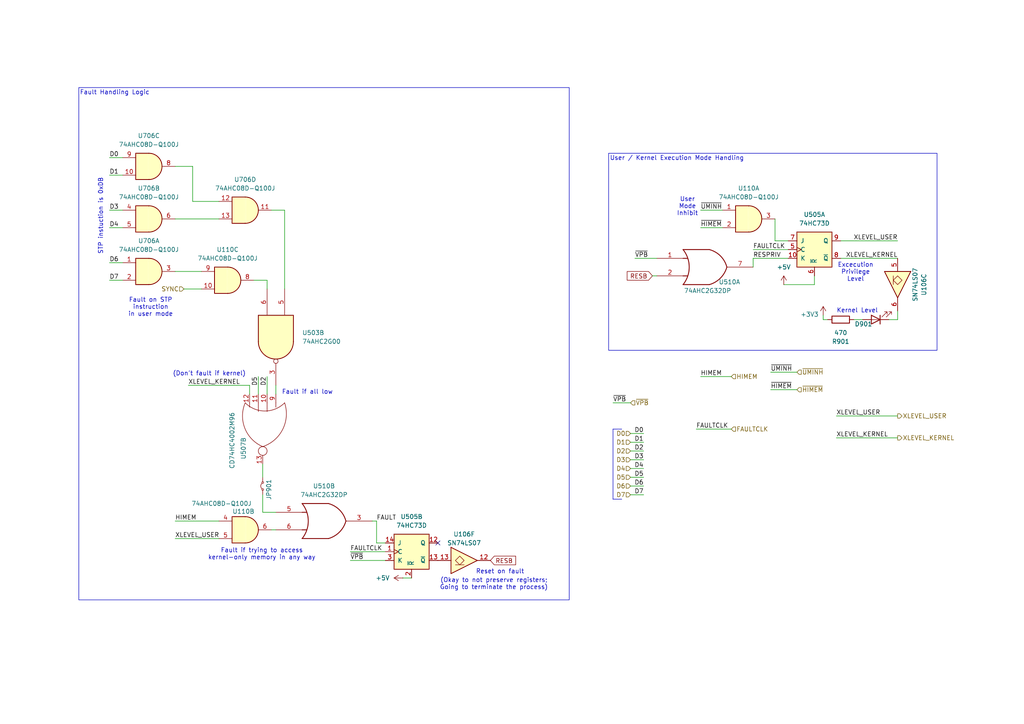
<source format=kicad_sch>
(kicad_sch (version 20250114) (generator "eeschema") (generator_version "9.0")
  (paper "A4")
  (title_block (title "65c02 Homebrew") (rev "Rev A") (company "Joseph R. Freeston") (comment 2 "https://github.com/snorklerjoe/useful6502") (comment 4 "A 65c02-based computer with peripheral i/o offloaded to a PIC16 microcontroller."))
  (lib_symbols
    (symbol "74xGxx:74AHC2G00"
      (property "Reference" "U" (at -2.54 3.81 0))
      (property "Value" "74AHC2G00" (at 0 -3.81 0))
      (symbol "74AHC2G00_1_1"
        (arc (start 0 5.08) (mid 5.0579 0) (end 0 -5.08) (stroke (width 0.254)) (fill (type background)))
        (polyline (pts (xy 0 -5.08) (xy -7.62 -5.08) (xy -7.62 5.08) (xy 0 5.08)) (stroke (width 0.254)) (fill (type background)))
        (pin input line (at -15.24 2.54 0) (length 7.62) (name "~") (number "1"))
        (pin input line (at -15.24 -2.54 0) (length 7.62) (name "~") (number "2"))
        (pin output inverted (at 12.7 0 180) (length 7.62) (name "~") (number "7"))
      )
      (symbol "74AHC2G00_2_1"
        (arc (start 0 5.08) (mid 5.0579 0) (end 0 -5.08) (stroke (width 0.254)) (fill (type background)))
        (polyline (pts (xy 0 -5.08) (xy -7.62 -5.08) (xy -7.62 5.08) (xy 0 5.08)) (stroke (width 0.254)) (fill (type background)))
        (pin input line (at -15.24 2.54 0) (length 7.62) (name "~") (number "5"))
        (pin input line (at -15.24 -2.54 0) (length 7.62) (name "~") (number "6"))
        (pin output inverted (at 12.7 0 180) (length 7.62) (name "~") (number "3"))
      )
      (symbol "74AHC2G00_3_0"
        (rectangle (start -5.08 -5.08) (end 5.08 5.08) (stroke (width 0.254)) (fill (type background)))
      )
      (symbol "74AHC2G00_3_1"
        (pin power_in line (at 0 10.16 270) (length 5.08) (name "VCC") (number "8"))
        (pin power_in line (at 0 -10.16 90) (length 5.08) (name "GND") (number "4"))
      )
    )
    (symbol "74xGxx:74LVC2G32"
      (property "Reference" "U" (at -7.62 7.62 0))
      (property "Value" "74LVC2G32" (at -7.62 -7.62 0))
      (symbol "74LVC2G32_1_1"
        (arc (start -7.62 5.08) (mid -5.838 0) (end -7.62 -5.08) (stroke (width 0.254)))
        (polyline (pts (xy -7.62 2.54) (xy -6.35 2.54)) (stroke (width 0.254)) (fill (type background)))
        (polyline (pts (xy -7.62 -2.54) (xy -6.35 -2.54)) (stroke (width 0.254)) (fill (type background)))
        (arc (start 5.08 0) (mid 3.202 -3.202) (end 0 -5.08) (stroke (width 0.254)))
        (arc (start 0 5.08) (mid 3.2271 3.2271) (end 5.08 0) (stroke (width 0.254)))
        (polyline (pts (xy 0 5.08) (xy -7.62 5.08)) (stroke (width 0.254)) (fill (type background)))
        (polyline (pts (xy 0 -5.08) (xy -7.62 -5.08)) (stroke (width 0.254)) (fill (type background)))
        (pin input line (at -15.24 2.54 0) (length 7.62) (name "~") (number "1"))
        (pin input line (at -15.24 -2.54 0) (length 7.62) (name "~") (number "2"))
        (pin output line (at 12.7 0 180) (length 7.62) (name "~") (number "7"))
      )
      (symbol "74LVC2G32_2_1"
        (arc (start -7.62 5.08) (mid -5.838 0) (end -7.62 -5.08) (stroke (width 0.254)))
        (polyline (pts (xy -7.62 2.54) (xy -6.35 2.54)) (stroke (width 0.254)) (fill (type background)))
        (polyline (pts (xy -7.62 -2.54) (xy -6.35 -2.54)) (stroke (width 0.254)) (fill (type background)))
        (arc (start 5.08 0) (mid 3.202 -3.202) (end 0 -5.08) (stroke (width 0.254)))
        (arc (start 0 5.08) (mid 3.2271 3.2271) (end 5.08 0) (stroke (width 0.254)))
        (polyline (pts (xy 0 5.08) (xy -7.62 5.08)) (stroke (width 0.254)) (fill (type background)))
        (polyline (pts (xy 0 -5.08) (xy -7.62 -5.08)) (stroke (width 0.254)) (fill (type background)))
        (pin input line (at -15.24 2.54 0) (length 7.62) (name "~") (number "5"))
        (pin input line (at -15.24 -2.54 0) (length 7.62) (name "~") (number "6"))
        (pin output line (at 12.7 0 180) (length 7.62) (name "~") (number "3"))
      )
      (symbol "74LVC2G32_3_0"
        (rectangle (start -5.08 -5.08) (end 5.08 5.08) (stroke (width 0.254)) (fill (type background)))
      )
      (symbol "74LVC2G32_3_1"
        (pin power_in line (at 0 10.16 270) (length 5.08) (name "VCC") (number "8"))
        (pin power_in line (at 0 -10.16 90) (length 5.08) (name "GND") (number "4"))
      )
    )
    (symbol "74xx:74LS08" (pin_names (offset 1.016))
      (property "Reference" "U" (at 0 1.27 0))
      (property "Value" "74LS08" (at 0 -1.27 0))
      (symbol "74LS08_1_1"
        (arc (start 0 3.81) (mid 3.7934 0) (end 0 -3.81) (stroke (width 0.254)) (fill (type background)))
        (polyline (pts (xy 0 3.81) (xy -3.81 3.81) (xy -3.81 -3.81) (xy 0 -3.81)) (stroke (width 0.254)) (fill (type background)))
        (pin input line (at -7.62 2.54 0) (length 3.81) (name "~") (number "1"))
        (pin input line (at -7.62 -2.54 0) (length 3.81) (name "~") (number "2"))
        (pin output line (at 7.62 0 180) (length 3.81) (name "~") (number "3"))
      )
      (symbol "74LS08_1_2"
        (arc (start -3.81 3.81) (mid -2.589 0) (end -3.81 -3.81) (stroke (width 0.254)))
        (polyline (pts (xy -3.81 3.81) (xy -0.635 3.81)) (stroke (width 0.254)) (fill (type background)))
        (polyline (pts (xy -3.81 -3.81) (xy -0.635 -3.81)) (stroke (width 0.254)) (fill (type background)))
        (arc (start 3.81 0) (mid 2.1855 -2.584) (end -0.6096 -3.81) (stroke (width 0.254)) (fill (type background)))
        (arc (start -0.6096 3.81) (mid 2.1928 2.5924) (end 3.81 0) (stroke (width 0.254)) (fill (type background)))
        (polyline (pts (xy -0.635 3.81) (xy -3.81 3.81) (xy -3.81 3.81) (xy -3.556 3.4036) (xy -3.0226 2.2606) (xy -2.6924 1.0414) (xy -2.6162 -0.254) (xy -2.7686 -1.4986) (xy -3.175 -2.7178) (xy -3.81 -3.81) (xy -3.81 -3.81) (xy -0.635 -3.81)) (stroke (width -25.4)) (fill (type background)))
        (pin input inverted (at -7.62 2.54 0) (length 4.318) (name "~") (number "1"))
        (pin input inverted (at -7.62 -2.54 0) (length 4.318) (name "~") (number "2"))
        (pin output inverted (at 7.62 0 180) (length 3.81) (name "~") (number "3"))
      )
      (symbol "74LS08_2_1"
        (arc (start 0 3.81) (mid 3.7934 0) (end 0 -3.81) (stroke (width 0.254)) (fill (type background)))
        (polyline (pts (xy 0 3.81) (xy -3.81 3.81) (xy -3.81 -3.81) (xy 0 -3.81)) (stroke (width 0.254)) (fill (type background)))
        (pin input line (at -7.62 2.54 0) (length 3.81) (name "~") (number "4"))
        (pin input line (at -7.62 -2.54 0) (length 3.81) (name "~") (number "5"))
        (pin output line (at 7.62 0 180) (length 3.81) (name "~") (number "6"))
      )
      (symbol "74LS08_2_2"
        (arc (start -3.81 3.81) (mid -2.589 0) (end -3.81 -3.81) (stroke (width 0.254)))
        (polyline (pts (xy -3.81 3.81) (xy -0.635 3.81)) (stroke (width 0.254)) (fill (type background)))
        (polyline (pts (xy -3.81 -3.81) (xy -0.635 -3.81)) (stroke (width 0.254)) (fill (type background)))
        (arc (start 3.81 0) (mid 2.1855 -2.584) (end -0.6096 -3.81) (stroke (width 0.254)) (fill (type background)))
        (arc (start -0.6096 3.81) (mid 2.1928 2.5924) (end 3.81 0) (stroke (width 0.254)) (fill (type background)))
        (polyline (pts (xy -0.635 3.81) (xy -3.81 3.81) (xy -3.81 3.81) (xy -3.556 3.4036) (xy -3.0226 2.2606) (xy -2.6924 1.0414) (xy -2.6162 -0.254) (xy -2.7686 -1.4986) (xy -3.175 -2.7178) (xy -3.81 -3.81) (xy -3.81 -3.81) (xy -0.635 -3.81)) (stroke (width -25.4)) (fill (type background)))
        (pin input inverted (at -7.62 2.54 0) (length 4.318) (name "~") (number "4"))
        (pin input inverted (at -7.62 -2.54 0) (length 4.318) (name "~") (number "5"))
        (pin output inverted (at 7.62 0 180) (length 3.81) (name "~") (number "6"))
      )
      (symbol "74LS08_3_1"
        (arc (start 0 3.81) (mid 3.7934 0) (end 0 -3.81) (stroke (width 0.254)) (fill (type background)))
        (polyline (pts (xy 0 3.81) (xy -3.81 3.81) (xy -3.81 -3.81) (xy 0 -3.81)) (stroke (width 0.254)) (fill (type background)))
        (pin input line (at -7.62 2.54 0) (length 3.81) (name "~") (number "9"))
        (pin input line (at -7.62 -2.54 0) (length 3.81) (name "~") (number "10"))
        (pin output line (at 7.62 0 180) (length 3.81) (name "~") (number "8"))
      )
      (symbol "74LS08_3_2"
        (arc (start -3.81 3.81) (mid -2.589 0) (end -3.81 -3.81) (stroke (width 0.254)))
        (polyline (pts (xy -3.81 3.81) (xy -0.635 3.81)) (stroke (width 0.254)) (fill (type background)))
        (polyline (pts (xy -3.81 -3.81) (xy -0.635 -3.81)) (stroke (width 0.254)) (fill (type background)))
        (arc (start 3.81 0) (mid 2.1855 -2.584) (end -0.6096 -3.81) (stroke (width 0.254)) (fill (type background)))
        (arc (start -0.6096 3.81) (mid 2.1928 2.5924) (end 3.81 0) (stroke (width 0.254)) (fill (type background)))
        (polyline (pts (xy -0.635 3.81) (xy -3.81 3.81) (xy -3.81 3.81) (xy -3.556 3.4036) (xy -3.0226 2.2606) (xy -2.6924 1.0414) (xy -2.6162 -0.254) (xy -2.7686 -1.4986) (xy -3.175 -2.7178) (xy -3.81 -3.81) (xy -3.81 -3.81) (xy -0.635 -3.81)) (stroke (width -25.4)) (fill (type background)))
        (pin input inverted (at -7.62 2.54 0) (length 4.318) (name "~") (number "9"))
        (pin input inverted (at -7.62 -2.54 0) (length 4.318) (name "~") (number "10"))
        (pin output inverted (at 7.62 0 180) (length 3.81) (name "~") (number "8"))
      )
      (symbol "74LS08_4_1"
        (arc (start 0 3.81) (mid 3.7934 0) (end 0 -3.81) (stroke (width 0.254)) (fill (type background)))
        (polyline (pts (xy 0 3.81) (xy -3.81 3.81) (xy -3.81 -3.81) (xy 0 -3.81)) (stroke (width 0.254)) (fill (type background)))
        (pin input line (at -7.62 2.54 0) (length 3.81) (name "~") (number "12"))
        (pin input line (at -7.62 -2.54 0) (length 3.81) (name "~") (number "13"))
        (pin output line (at 7.62 0 180) (length 3.81) (name "~") (number "11"))
      )
      (symbol "74LS08_4_2"
        (arc (start -3.81 3.81) (mid -2.589 0) (end -3.81 -3.81) (stroke (width 0.254)))
        (polyline (pts (xy -3.81 3.81) (xy -0.635 3.81)) (stroke (width 0.254)) (fill (type background)))
        (polyline (pts (xy -3.81 -3.81) (xy -0.635 -3.81)) (stroke (width 0.254)) (fill (type background)))
        (arc (start 3.81 0) (mid 2.1855 -2.584) (end -0.6096 -3.81) (stroke (width 0.254)) (fill (type background)))
        (arc (start -0.6096 3.81) (mid 2.1928 2.5924) (end 3.81 0) (stroke (width 0.254)) (fill (type background)))
        (polyline (pts (xy -0.635 3.81) (xy -3.81 3.81) (xy -3.81 3.81) (xy -3.556 3.4036) (xy -3.0226 2.2606) (xy -2.6924 1.0414) (xy -2.6162 -0.254) (xy -2.7686 -1.4986) (xy -3.175 -2.7178) (xy -3.81 -3.81) (xy -3.81 -3.81) (xy -0.635 -3.81)) (stroke (width -25.4)) (fill (type background)))
        (pin input inverted (at -7.62 2.54 0) (length 4.318) (name "~") (number "12"))
        (pin input inverted (at -7.62 -2.54 0) (length 4.318) (name "~") (number "13"))
        (pin output inverted (at 7.62 0 180) (length 3.81) (name "~") (number "11"))
      )
      (symbol "74LS08_5_0"
        (pin power_in line (at 0 12.7 270) (length 5.08) (name "VCC") (number "14"))
        (pin power_in line (at 0 -12.7 90) (length 5.08) (name "GND") (number "7"))
      )
      (symbol "74LS08_5_1"
        (rectangle (start -5.08 7.62) (end 5.08 -7.62) (stroke (width 0.254)) (fill (type background)))
      )
    )
    (symbol "74xx:74LS73" (pin_names (offset 1.016))
      (property "Reference" "U" (at -7.62 8.89 0))
      (property "Value" "74LS73" (at -7.62 -8.89 0))
      (symbol "74LS73_1_0"
        (pin input line (at -7.62 2.54 0) (length 2.54) (name "J") (number "7"))
        (pin input clock (at -7.62 0 0) (length 2.54) (name "C") (number "5"))
        (pin input line (at -7.62 -2.54 0) (length 2.54) (name "K") (number "10"))
        (pin input line (at 0 -7.62 90) (length 2.54) (name "~{R}") (number "6"))
        (pin output line (at 7.62 2.54 180) (length 2.54) (name "Q") (number "9"))
        (pin output line (at 7.62 -2.54 180) (length 2.54) (name "~{Q}") (number "8"))
      )
      (symbol "74LS73_1_1"
        (rectangle (start -5.08 5.08) (end 5.08 -5.08) (stroke (width 0.254)) (fill (type background)))
      )
      (symbol "74LS73_2_0"
        (pin input line (at -7.62 2.54 0) (length 2.54) (name "J") (number "14"))
        (pin input clock (at -7.62 0 0) (length 2.54) (name "C") (number "1"))
        (pin input line (at -7.62 -2.54 0) (length 2.54) (name "K") (number "3"))
        (pin input line (at 0 -7.62 90) (length 2.54) (name "~{R}") (number "2"))
        (pin output line (at 7.62 2.54 180) (length 2.54) (name "Q") (number "12"))
        (pin output line (at 7.62 -2.54 180) (length 2.54) (name "~{Q}") (number "13"))
      )
      (symbol "74LS73_2_1"
        (rectangle (start -5.08 5.08) (end 5.08 -5.08) (stroke (width 0.254)) (fill (type background)))
      )
      (symbol "74LS73_3_0"
        (pin power_in line (at 0 10.16 270) (length 2.54) (name "VCC") (number "4"))
        (pin power_in line (at 0 -10.16 90) (length 2.54) (name "GND") (number "11"))
      )
      (symbol "74LS73_3_1"
        (rectangle (start -5.08 7.62) (end 5.08 -7.62) (stroke (width 0.254)) (fill (type background)))
      )
    )
    (symbol "74xx:SN74LS07" (pin_names (offset 1.016))
      (property "Reference" "U104" (at 0 7.62 0))
      (property "Value" "SN74LS07" (at 0 5.08 0))
      (symbol "SN74LS07_1_0"
        (polyline (pts (xy -3.81 3.81) (xy -3.81 -3.81) (xy 3.81 0) (xy -3.81 3.81)) (stroke (width 0.254)) (fill (type background)))
        (pin input line (at -7.62 0 0) (length 3.81) (name "~") (number "1"))
        (pin open_collector line (at 7.62 0 180) (length 3.81) (name "~") (number "2"))
      )
      (symbol "SN74LS07_1_1"
        (polyline (pts (xy -2.54 -1.27) (xy 0 -1.27)))
        (polyline (pts (xy -1.27 1.27) (xy 0 0) (xy -1.27 -1.27) (xy -2.54 0) (xy -1.27 1.27)))
      )
      (symbol "SN74LS07_2_0"
        (polyline (pts (xy -3.81 3.81) (xy -3.81 -3.81) (xy 3.81 0) (xy -3.81 3.81)) (stroke (width 0.254)) (fill (type background)))
        (pin input line (at -7.62 0 0) (length 3.81) (name "~") (number "3"))
        (pin open_collector line (at 7.62 0 180) (length 3.81) (name "~") (number "4"))
      )
      (symbol "SN74LS07_3_0"
        (polyline (pts (xy -3.81 3.81) (xy -3.81 -3.81) (xy 3.81 0) (xy -3.81 3.81)) (stroke (width 0.254)) (fill (type background)))
        (pin input line (at -7.62 0 0) (length 3.81) (name "~") (number "5"))
        (pin open_collector line (at 7.62 0 180) (length 3.81) (name "~") (number "6"))
      )
      (symbol "SN74LS07_3_1"
        (polyline (pts (xy -2.54 -1.27) (xy 0 -1.27)))
        (polyline (pts (xy -1.27 1.27) (xy 0 0) (xy -1.27 -1.27) (xy -2.54 0) (xy -1.27 1.27)))
      )
      (symbol "SN74LS07_4_0"
        (polyline (pts (xy -3.81 3.81) (xy -3.81 -3.81) (xy 3.81 0) (xy -3.81 3.81)) (stroke (width 0.254)) (fill (type background)))
        (pin input line (at -7.62 0 0) (length 3.81) (name "~") (number "9"))
        (pin open_collector line (at 7.62 0 180) (length 3.81) (name "~") (number "8"))
      )
      (symbol "SN74LS07_4_1"
        (polyline (pts (xy -2.54 -1.27) (xy 0 -1.27)))
        (polyline (pts (xy -1.27 1.27) (xy 0 0) (xy -1.27 -1.27) (xy -2.54 0) (xy -1.27 1.27)))
      )
      (symbol "SN74LS07_5_0"
        (polyline (pts (xy -3.81 3.81) (xy -3.81 -3.81) (xy 3.81 0) (xy -3.81 3.81)) (stroke (width 0.254)) (fill (type background)))
        (pin input line (at -7.62 0 0) (length 3.81) (name "~") (number "11"))
        (pin open_collector line (at 7.62 0 180) (length 3.81) (name "~") (number "10"))
      )
      (symbol "SN74LS07_5_1"
        (polyline (pts (xy -2.54 -1.27) (xy 0 -1.27)))
        (polyline (pts (xy -1.27 1.27) (xy 0 0) (xy -1.27 -1.27) (xy -2.54 0) (xy -1.27 1.27)))
      )
      (symbol "SN74LS07_6_0"
        (polyline (pts (xy -3.81 3.81) (xy -3.81 -3.81) (xy 3.81 0) (xy -3.81 3.81)) (stroke (width 0.254)) (fill (type background)))
        (pin input line (at -7.62 0 0) (length 3.81) (name "~") (number "13"))
        (pin open_collector line (at 7.62 0 180) (length 3.81) (name "~") (number "12"))
      )
      (symbol "SN74LS07_6_1"
        (polyline (pts (xy -2.54 -1.27) (xy 0 -1.27)))
        (polyline (pts (xy -1.27 1.27) (xy 0 0) (xy -1.27 -1.27) (xy -2.54 0) (xy -1.27 1.27)))
      )
      (symbol "SN74LS07_7_0"
        (pin power_in line (at 0 12.7 270) (length 5.08) (name "VCC") (number "14"))
        (pin power_in line (at 0 -12.7 90) (length 5.08) (name "GND") (number "7"))
      )
      (symbol "SN74LS07_7_1"
        (rectangle (start -5.08 7.62) (end 5.08 -7.62) (stroke (width 0.254)) (fill (type background)))
      )
    )
    (symbol "Device:LED" (pin_numbers (hide yes)) (pin_names (offset 1.016) (hide yes))
      (property "Reference" "D" (at 0 2.54 0))
      (property "Value" "LED" (at 0 -2.54 0))
      (symbol "LED_0_1"
        (polyline (pts (xy -3.048 -0.762) (xy -4.572 -2.286) (xy -3.81 -2.286) (xy -4.572 -2.286) (xy -4.572 -1.524)))
        (polyline (pts (xy -1.778 -0.762) (xy -3.302 -2.286) (xy -2.54 -2.286) (xy -3.302 -2.286) (xy -3.302 -1.524)))
        (polyline (pts (xy -1.27 0) (xy 1.27 0)))
        (polyline (pts (xy -1.27 -1.27) (xy -1.27 1.27)) (stroke (width 0.254)))
        (polyline (pts (xy 1.27 -1.27) (xy 1.27 1.27) (xy -1.27 0) (xy 1.27 -1.27)) (stroke (width 0.254)))
      )
      (symbol "LED_1_1"
        (pin passive line (at -3.81 0 0) (length 2.54) (name "K") (number "1"))
        (pin passive line (at 3.81 0 180) (length 2.54) (name "A") (number "2"))
      )
    )
    (symbol "Device:R" (pin_numbers (hide yes)) (pin_names (offset 0))
      (property "Reference" "R" (at 2.032 0 90))
      (property "Value" "R" (at 0 0 90))
      (symbol "R_0_1"
        (rectangle (start -1.016 -2.54) (end 1.016 2.54) (stroke (width 0.254)))
      )
      (symbol "R_1_1"
        (pin passive line (at 0 3.81 270) (length 1.27) (name "~") (number "1"))
        (pin passive line (at 0 -3.81 90) (length 1.27) (name "~") (number "2"))
      )
    )
    (symbol "Jumper:Jumper_2_Small_Bridged" (pin_numbers (hide yes)) (pin_names (offset 0) (hide yes))
      (property "Reference" "JP" (at 0 2.032 0))
      (property "Value" "Jumper_2_Small_Bridged" (at 0 -2.286 0))
      (symbol "Jumper_2_Small_Bridged_0_0"
        (circle (center -1.016 0) (radius 0.254))
        (circle (center 1.016 0) (radius 0.254))
      )
      (symbol "Jumper_2_Small_Bridged_0_1"
        (arc (start -0.762 0.254) (mid 0 0.5696) (end 0.762 0.254))
      )
      (symbol "Jumper_2_Small_Bridged_1_1"
        (pin passive line (at -2.54 0 0) (length 1.27) (name "A") (number "1"))
        (pin passive line (at 2.54 0 180) (length 1.27) (name "B") (number "2"))
      )
    )
    (symbol "SN74LS07_1" (pin_names (offset 1.016))
      (property "Reference" "U104" (at 0 7.62 0))
      (property "Value" "SN74LS07" (at 0 5.08 0))
      (symbol "SN74LS07_1_1_0"
        (polyline (pts (xy -3.81 3.81) (xy -3.81 -3.81) (xy 3.81 0) (xy -3.81 3.81)) (stroke (width 0.254)) (fill (type background)))
        (pin input line (at -7.62 0 0) (length 3.81) (name "~") (number "1"))
        (pin open_collector line (at 7.62 0 180) (length 3.81) (name "~") (number "2"))
      )
      (symbol "SN74LS07_1_1_1"
        (polyline (pts (xy -2.54 -1.27) (xy 0 -1.27)))
        (polyline (pts (xy -1.27 1.27) (xy 0 0) (xy -1.27 -1.27) (xy -2.54 0) (xy -1.27 1.27)))
      )
      (symbol "SN74LS07_1_2_0"
        (polyline (pts (xy -3.81 3.81) (xy -3.81 -3.81) (xy 3.81 0) (xy -3.81 3.81)) (stroke (width 0.254)) (fill (type background)))
        (pin input line (at -7.62 0 0) (length 3.81) (name "~") (number "3"))
        (pin open_collector line (at 7.62 0 180) (length 3.81) (name "~") (number "4"))
      )
      (symbol "SN74LS07_1_3_0"
        (polyline (pts (xy -3.81 3.81) (xy -3.81 -3.81) (xy 3.81 0) (xy -3.81 3.81)) (stroke (width 0.254)) (fill (type background)))
        (pin input line (at -7.62 0 0) (length 3.81) (name "~") (number "5"))
        (pin open_collector line (at 7.62 0 180) (length 3.81) (name "~") (number "6"))
      )
      (symbol "SN74LS07_1_3_1"
        (polyline (pts (xy -2.54 -1.27) (xy 0 -1.27)))
        (polyline (pts (xy -1.27 1.27) (xy 0 0) (xy -1.27 -1.27) (xy -2.54 0) (xy -1.27 1.27)))
      )
      (symbol "SN74LS07_1_4_0"
        (polyline (pts (xy -3.81 3.81) (xy -3.81 -3.81) (xy 3.81 0) (xy -3.81 3.81)) (stroke (width 0.254)) (fill (type background)))
        (pin input line (at -7.62 0 0) (length 3.81) (name "~") (number "9"))
        (pin open_collector line (at 7.62 0 180) (length 3.81) (name "~") (number "8"))
      )
      (symbol "SN74LS07_1_4_1"
        (polyline (pts (xy -2.54 -1.27) (xy 0 -1.27)))
        (polyline (pts (xy -1.27 1.27) (xy 0 0) (xy -1.27 -1.27) (xy -2.54 0) (xy -1.27 1.27)))
      )
      (symbol "SN74LS07_1_5_0"
        (polyline (pts (xy -3.81 3.81) (xy -3.81 -3.81) (xy 3.81 0) (xy -3.81 3.81)) (stroke (width 0.254)) (fill (type background)))
        (pin input line (at -7.62 0 0) (length 3.81) (name "~") (number "11"))
        (pin open_collector line (at 7.62 0 180) (length 3.81) (name "~") (number "10"))
      )
      (symbol "SN74LS07_1_5_1"
        (polyline (pts (xy -2.54 -1.27) (xy 0 -1.27)))
        (polyline (pts (xy -1.27 1.27) (xy 0 0) (xy -1.27 -1.27) (xy -2.54 0) (xy -1.27 1.27)))
      )
      (symbol "SN74LS07_1_6_0"
        (polyline (pts (xy -3.81 3.81) (xy -3.81 -3.81) (xy 3.81 0) (xy -3.81 3.81)) (stroke (width 0.254)) (fill (type background)))
        (pin input line (at -7.62 0 0) (length 3.81) (name "~") (number "13"))
        (pin open_collector line (at 7.62 0 180) (length 3.81) (name "~") (number "12"))
      )
      (symbol "SN74LS07_1_6_1"
        (polyline (pts (xy -2.54 -1.27) (xy 0 -1.27)))
        (polyline (pts (xy -1.27 1.27) (xy 0 0) (xy -1.27 -1.27) (xy -2.54 0) (xy -1.27 1.27)))
      )
      (symbol "SN74LS07_1_7_0"
        (pin power_in line (at 0 12.7 270) (length 5.08) (name "VCC") (number "14"))
        (pin power_in line (at 0 -12.7 90) (length 5.08) (name "GND") (number "7"))
      )
      (symbol "SN74LS07_1_7_1"
        (rectangle (start -5.08 7.62) (end 5.08 -7.62) (stroke (width 0.254)) (fill (type background)))
      )
    )
    (symbol "custom:_1"
      (property "Reference" "U" (at 7.62 7.62 0))
      (property "Value" "CD74HC4002M96" (at 14.986 9.906 0))
      (symbol "_1_1_1"
        (arc (start -3.81 6.35) (mid -1.4428 0.635) (end -3.81 -5.08))
        (polyline (pts (xy -3.81 3.81) (xy -2.54 3.81)))
        (polyline (pts (xy -3.81 1.27) (xy -1.27 1.27)))
        (polyline (pts (xy -3.81 -1.27) (xy -1.27 -1.27)))
        (polyline (pts (xy -3.81 -3.81) (xy -2.54 -3.81)))
        (arc (start -3.81 6.35) (mid 3.8552 5.8053) (end 8.89 0))
        (arc (start 8.89 0) (mid 3.5921 -5.1703) (end -3.81 -5.08))
        (circle (center 10.16 0) (radius 1.27))
        (pin input line (at -6.35 3.81 0) (length 2.54) (name "") (number "2"))
        (pin input line (at -6.35 1.27 0) (length 2.54) (name "") (number "3"))
        (pin input line (at -6.35 -1.27 0) (length 2.54) (name "") (number "4"))
        (pin input line (at -6.35 -3.81 0) (length 2.54) (name "") (number "5"))
        (pin output line (at 13.97 0 180) (length 2.54) (name "") (number "1"))
      )
      (symbol "_1_2_1"
        (arc (start -6.35 6.35) (mid -3.9828 0.635) (end -6.35 -5.08))
        (polyline (pts (xy -6.35 3.81) (xy -5.08 3.81)))
        (polyline (pts (xy -6.35 1.27) (xy -3.81 1.27)))
        (polyline (pts (xy -6.35 -1.27) (xy -3.81 -1.27)))
        (polyline (pts (xy -6.35 -3.81) (xy -5.08 -3.81)))
        (arc (start -6.35 6.35) (mid 1.3152 5.8053) (end 6.35 0))
        (arc (start 6.35 0) (mid 1.0521 -5.1703) (end -6.35 -5.08))
        (circle (center 7.62 0) (radius 1.27))
        (pin input line (at -8.89 3.81 0) (length 2.54) (name "") (number "9"))
        (pin input line (at -8.89 1.27 0) (length 2.54) (name "") (number "10"))
        (pin input line (at -8.89 -1.27 0) (length 2.54) (name "") (number "11"))
        (pin input line (at -8.89 -3.81 0) (length 2.54) (name "") (number "12"))
        (pin output line (at 11.43 0 180) (length 2.54) (name "") (number "13"))
      )
      (symbol "_1_3_1"
        (rectangle (start -6.35 6.35) (end 6.35 -7.62))
        (pin power_in line (at 0 8.89 270) (length 2.54) (name "VCC") (number "14"))
        (pin power_in line (at 0 -10.16 90) (length 2.54) (name "GND") (number "7"))
      )
    )
    (symbol "power:+3V3" (power) (pin_numbers (hide yes)) (pin_names (offset 0) (hide yes))
      (property "Value" "+3V3" (at 0 3.556 0))
      (symbol "+3V3_0_1"
        (polyline (pts (xy -0.762 1.27) (xy 0 2.54)))
        (polyline (pts (xy 0 2.54) (xy 0.762 1.27)))
        (polyline (pts (xy 0 0) (xy 0 2.54)))
      )
      (symbol "+3V3_1_1"
        (pin power_in line (at 0 0 90) (length 0) (name "~") (number "1"))
      )
    )
    (symbol "power:+5V" (power) (pin_numbers (hide yes)) (pin_names (offset 0) (hide yes))
      (property "Value" "+5V" (at 0 3.556 0))
      (symbol "+5V_0_1"
        (polyline (pts (xy -0.762 1.27) (xy 0 2.54)))
        (polyline (pts (xy 0 2.54) (xy 0.762 1.27)))
        (polyline (pts (xy 0 0) (xy 0 2.54)))
      )
      (symbol "+5V_1_1"
        (pin power_in line (at 0 0 90) (length 0) (name "~") (number "1"))
      )
    )
  )
  (rectangle (start 176.53 44.45) (end 271.78 101.6))
  (rectangle (start 22.86 25.4) (end 165.1 173.99))
  (text "User\nMode\nInhibit" (at 199.39 59.944 0) (effects (font (size 1.27 1.27))))
  (text "Kernel Level" (at 248.666 90.17 0) (effects (font (size 1.27 1.27))))
  (text "Fault if trying to access\nkernel-only memory in any way" (at 75.946 160.782 0) (effects (font (size 1.27 1.27))))
  (text "User / Kernel Execution Mode Handling" (at 196.342 45.974 0) (effects (font (size 1.27 1.27))))
  (text "(Don't fault if kernel)" (at 60.706 108.458 0) (effects (font (size 1.27 1.27))))
  (text "Fault if all low" (at 89.154 113.792 0) (effects (font (size 1.27 1.27))))
  (text "Reset on fault" (at 145.034 165.862 0) (effects (font (size 1.27 1.27))))
  (text "(Okay to not preserve registers;\nGoing to terminate the process)" (at 143.256 169.418 0) (effects (font (size 1.27 1.27))))
  (text "Fault on STP\ninstruction\nin user mode" (at 43.688 89.154 0) (effects (font (size 1.27 1.27))))
  (text "STP instuction is 0xDB" (at 29.21 62.738 90) (effects (font (size 1.27 1.27))))
  (text "Excecution\nPrivilege\nLevel" (at 248.158 78.994 0) (effects (font (size 1.27 1.27))))
  (text "Fault Handling Logic" (at 33.274 26.924 0) (effects (font (size 1.27 1.27))))
  (no_connect (at 127 157.48))
  (wire (pts (xy 77.47 114.3) (xy 77.47 109.22)))
  (wire (pts (xy 212.09 109.22) (xy 203.2 109.22)))
  (wire (pts (xy 223.52 113.03) (xy 231.14 113.03)))
  (wire (pts (xy 50.8 151.13) (xy 63.5 151.13)))
  (wire (pts (xy 186.69 143.51) (xy 182.88 143.51)))
  (wire (pts (xy 54.61 111.76) (xy 72.39 111.76)))
  (wire (pts (xy 76.2 143.51) (xy 76.2 148.59)))
  (wire (pts (xy 35.56 81.28) (xy 31.75 81.28)))
  (wire (pts (xy 243.84 74.93) (xy 260.35 74.93)))
  (polyline (pts (xy 177.8 124.46) (xy 177.8 144.78)))
  (wire (pts (xy 238.76 92.71) (xy 240.03 92.71)))
  (wire (pts (xy 218.44 74.93) (xy 228.6 74.93)))
  (wire (pts (xy 242.57 120.65) (xy 260.35 120.65)))
  (wire (pts (xy 35.56 66.04) (xy 31.75 66.04)))
  (wire (pts (xy 82.55 60.96) (xy 78.74 60.96)))
  (wire (pts (xy 177.8 116.84) (xy 182.88 116.84)))
  (wire (pts (xy 260.35 92.71) (xy 260.35 90.17)))
  (wire (pts (xy 77.47 81.28) (xy 73.66 81.28)))
  (wire (pts (xy 55.88 48.26) (xy 50.8 48.26)))
  (wire (pts (xy 186.69 130.81) (xy 182.88 130.81)))
  (wire (pts (xy 190.5 80.01) (xy 189.23 80.01)))
  (wire (pts (xy 186.69 135.89) (xy 182.88 135.89)))
  (wire (pts (xy 223.52 107.95) (xy 231.14 107.95)))
  (wire (pts (xy 63.5 63.5) (xy 50.8 63.5)))
  (wire (pts (xy 212.09 124.46) (xy 201.93 124.46)))
  (wire (pts (xy 101.6 162.56) (xy 111.76 162.56)))
  (wire (pts (xy 247.65 92.71) (xy 250.19 92.71)))
  (wire (pts (xy 74.93 109.22) (xy 74.93 114.3)))
  (wire (pts (xy 109.22 157.48) (xy 111.76 157.48)))
  (wire (pts (xy 218.44 74.93) (xy 218.44 77.47)))
  (wire (pts (xy 236.22 80.01) (xy 236.22 82.55)))
  (wire (pts (xy 107.95 151.13) (xy 109.22 151.13)))
  (polyline (pts (xy 180.34 124.46) (xy 177.8 124.46)))
  (wire (pts (xy 182.88 128.27) (xy 186.69 128.27)))
  (wire (pts (xy 53.34 83.82) (xy 58.42 83.82)))
  (wire (pts (xy 116.84 167.64) (xy 119.38 167.64)))
  (wire (pts (xy 76.2 138.43) (xy 76.2 134.62)))
  (wire (pts (xy 218.44 72.39) (xy 228.6 72.39)))
  (wire (pts (xy 184.15 74.93) (xy 190.5 74.93)))
  (wire (pts (xy 35.56 60.96) (xy 31.75 60.96)))
  (wire (pts (xy 203.2 60.96) (xy 209.55 60.96)))
  (wire (pts (xy 257.81 92.71) (xy 260.35 92.71)))
  (wire (pts (xy 72.39 111.76) (xy 72.39 114.3)))
  (wire (pts (xy 55.88 58.42) (xy 55.88 48.26)))
  (wire (pts (xy 186.69 133.35) (xy 182.88 133.35)))
  (wire (pts (xy 82.55 83.82) (xy 82.55 60.96)))
  (wire (pts (xy 55.88 58.42) (xy 63.5 58.42)))
  (wire (pts (xy 77.47 83.82) (xy 77.47 81.28)))
  (wire (pts (xy 109.22 151.13) (xy 109.22 157.48)))
  (wire (pts (xy 224.79 69.85) (xy 228.6 69.85)))
  (wire (pts (xy 260.35 127) (xy 242.57 127)))
  (wire (pts (xy 238.76 91.44) (xy 238.76 92.71)))
  (wire (pts (xy 182.88 125.73) (xy 186.69 125.73)))
  (wire (pts (xy 76.2 148.59) (xy 80.01 148.59)))
  (wire (pts (xy 186.69 140.97) (xy 182.88 140.97)))
  (wire (pts (xy 224.79 63.5) (xy 224.79 69.85)))
  (wire (pts (xy 35.56 50.8) (xy 31.75 50.8)))
  (wire (pts (xy 203.2 66.04) (xy 209.55 66.04)))
  (wire (pts (xy 186.69 138.43) (xy 182.88 138.43)))
  (wire (pts (xy 35.56 76.2) (xy 31.75 76.2)))
  (wire (pts (xy 227.33 82.55) (xy 236.22 82.55)))
  (wire (pts (xy 50.8 156.21) (xy 63.5 156.21)))
  (wire (pts (xy 243.84 69.85) (xy 260.35 69.85)))
  (polyline (pts (xy 180.34 144.78) (xy 177.8 144.78)))
  (wire (pts (xy 80.01 111.76) (xy 80.01 114.3)))
  (wire (pts (xy 50.8 78.74) (xy 58.42 78.74)))
  (wire (pts (xy 35.56 45.72) (xy 31.75 45.72)))
  (wire (pts (xy 101.6 160.02) (xy 111.76 160.02)))
  (wire (pts (xy 80.01 153.67) (xy 78.74 153.67)))
  (label "D2" (at 186.69 130.81 180))
  (label "~{VPB}" (at 177.8 116.84 0))
  (label "D3" (at 31.75 60.96 0))
  (label "D7" (at 186.69 143.51 180))
  (label "XLEVEL_KERNEL" (at 54.61 111.76 0))
  (label "HIMEM" (at 203.2 109.22 0))
  (label "RESPRIV" (at 218.44 74.93 0))
  (label "D6" (at 186.69 140.97 180))
  (label "D2" (at 77.47 109.22 270))
  (label "~{HIMEM}" (at 203.2 66.04 0))
  (label "D5" (at 186.69 138.43 180))
  (label "~{VPB}" (at 101.6 162.56 0))
  (label "D0" (at 186.69 125.73 180))
  (label "D1" (at 31.75 50.8 0))
  (label "D5" (at 74.93 109.22 270))
  (label "D6" (at 31.75 76.2 0))
  (label "~{HIMEM}" (at 223.52 113.03 0))
  (label "D4" (at 31.75 66.04 0))
  (label "XLEVEL_USER" (at 260.35 69.85 180))
  (label "D1" (at 186.69 128.27 180))
  (label "XLEVEL_USER" (at 242.57 120.65 0))
  (label "HIMEM" (at 50.8 151.13 0))
  (label "D4" (at 186.69 135.89 180))
  (label "XLEVEL_USER" (at 50.8 156.21 0))
  (label "D3" (at 186.69 133.35 180))
  (label "XLEVEL_KERNEL" (at 242.57 127 0))
  (label "FAULTCLK" (at 218.44 72.39 0))
  (label "~{UMINH}" (at 203.2 60.96 0))
  (label "FAULTCLK" (at 201.93 124.46 0))
  (label "FAULT" (at 109.22 151.13 0))
  (label "XLEVEL_KERNEL" (at 260.35 74.93 180))
  (label "FAULTCLK" (at 101.6 160.02 0))
  (label "D7" (at 31.75 81.28 0))
  (label "~{UMINH}" (at 223.52 107.95 0))
  (label "~{VPB}" (at 184.15 74.93 0))
  (label "D0" (at 31.75 45.72 0))
  (global_label "RESB" (shape input) (at 189.23 80.01 180) (property "Intersheetrefs" "${INTERSHEET_REFS}" (effects (hide yes))))
  (global_label "RESB" (shape input) (at 142.24 162.56 0) (property "Intersheetrefs" "${INTERSHEET_REFS}" (effects (hide yes))))
  (hierarchical_label "D0" (shape input) (at 182.88 125.73 180))
  (hierarchical_label "D2" (shape input) (at 182.88 130.81 180))
  (hierarchical_label "D3" (shape input) (at 182.88 133.35 180))
  (hierarchical_label "~{UMINH}" (shape input) (at 231.14 107.95 0))
  (hierarchical_label "XLEVEL_USER" (shape output) (at 260.35 120.65 0))
  (hierarchical_label "D6" (shape input) (at 182.88 140.97 180))
  (hierarchical_label "D5" (shape input) (at 182.88 138.43 180))
  (hierarchical_label "FAULTCLK" (shape input) (at 212.09 124.46 0))
  (hierarchical_label "~{HIMEM}" (shape input) (at 231.14 113.03 0))
  (hierarchical_label "HIMEM" (shape input) (at 212.09 109.22 0))
  (hierarchical_label "SYNC" (shape input) (at 53.34 83.82 180))
  (hierarchical_label "XLEVEL_KERNEL" (shape output) (at 260.35 127 0))
  (hierarchical_label "~{VPB}" (shape input) (at 182.88 116.84 0))
  (hierarchical_label "D1" (shape input) (at 182.88 128.27 180))
  (hierarchical_label "D7" (shape input) (at 182.88 143.51 180))
  (hierarchical_label "D4" (shape input) (at 182.88 135.89 180))
  (symbol (lib_id "74xx:74LS73") (at 236.22 72.39 0) (unit 1)
    (property "Reference" "U505" (at 236.22 62.23 0))
    (property "Value" "74HC73D" (at 236.22 64.77 0))
    (property "Footprint" "Package_SO:SOIC-14_3.9x8.7mm_P1.27mm" (effects (hide yes)))
    (property "Datasheet" "https://assets.nexperia.com/documents/data-sheet/74HC73.pdf" (effects (hide yes)))
    (property "Description" "Dual JK Flip-Flop, reset" (effects (hide yes)))
    (property "t_pd (ns)" "clk-q: 30; setup: 16; hold: 3" (effects (hide yes)))
  )
  (symbol (lib_id "74xx:74LS08") (at 66.04 81.28 0) (unit 3)
    (property "Reference" "U110" (at 66.0317 72.39 0))
    (property "Value" "74AHC08D-Q100J" (at 66.0317 74.93 0))
    (property "Footprint" "Package_SO:SOIC-14_3.9x8.7mm_P1.27mm" (effects (hide yes)))
    (property "Datasheet" "https://assets.nexperia.com/documents/data-sheet/74AHC_AHCT08_Q100.pdf" (effects (hide yes)))
    (property "Description" "Quad And2" (effects (hide yes)))
    (property "t_pd (ns)" "5.9" (effects (hide yes)))
  )
  (symbol (lib_id "74xGxx:74LVC2G32") (at 205.74 77.47 0) (unit 1)
    (property "Reference" "U510" (at 211.582 81.788 0))
    (property "Value" "74AHC2G32DP" (at 205.232 84.328 0))
    (property "Footprint" "Package_SO:TSSOP-8_3x3mm_P0.65mm" (effects (hide yes)))
    (property "Datasheet" "https://assets.nexperia.com/documents/data-sheet/74AHC_AHCT2G32.pdf" (effects (hide yes)))
    (property "Description" "Dual OR Gate, Low-Voltage CMOS" (effects (hide yes)))
    (property "t_pd (ns)" "6.9" (effects (hide yes)))
  )
  (symbol (lib_id "74xx:74LS08") (at 43.18 63.5 0) (unit 2)
    (property "Reference" "U706" (at 43.1717 54.61 0))
    (property "Value" "74AHC08D-Q100J" (at 43.1717 57.15 0))
    (property "Footprint" "Package_SO:SOIC-14_3.9x8.7mm_P1.27mm" (effects (hide yes)))
    (property "Datasheet" "https://assets.nexperia.com/documents/data-sheet/74AHC_AHCT08_Q100.pdf" (effects (hide yes)))
    (property "Description" "Quad And2" (effects (hide yes)))
    (property "t_pd (ns)" "5.9" (effects (hide yes)))
  )
  (symbol (lib_id "74xx:74LS08") (at 71.12 60.96 0) (unit 4)
    (property "Reference" "U706" (at 71.1117 52.07 0))
    (property "Value" "74AHC08D-Q100J" (at 71.1117 54.61 0))
    (property "Footprint" "Package_SO:SOIC-14_3.9x8.7mm_P1.27mm" (effects (hide yes)))
    (property "Datasheet" "https://assets.nexperia.com/documents/data-sheet/74AHC_AHCT08_Q100.pdf" (effects (hide yes)))
    (property "Description" "Quad And2" (effects (hide yes)))
    (property "t_pd (ns)" "5.9" (effects (hide yes)))
  )
  (symbol (lib_id "Device:R") (at 243.84 92.71 90) (unit 1)
    (property "Reference" "R901" (at 243.84 99.06 90))
    (property "Value" "470" (at 243.84 96.52 90))
    (property "Footprint" "Resistor_SMD:R_0402_1005Metric" (effects (hide yes)))
    (property "Description" "Resistor" (effects (hide yes)))
  )
  (symbol (lib_id "Device:LED") (at 254 92.71 180) (unit 1)
    (property "Reference" "D901" (at 250.444 93.98 0))
    (property "Value" "LED" (effects (hide yes)))
    (property "Footprint" "LED_SMD:LED_0402_1005Metric" (effects (hide yes)))
    (property "Description" "Light emitting diode" (effects (hide yes)))
    (property "Sim.Pins" "1=K 2=A" (effects (hide yes)))
  )
  (symbol (lib_id "74xx:74LS08") (at 71.12 153.67 0) (unit 2)
    (property "Reference" "U110" (at 70.612 148.336 0))
    (property "Value" "74AHC08D-Q100J" (at 64.262 146.05 0))
    (property "Footprint" "Package_SO:SOIC-14_3.9x8.7mm_P1.27mm" (effects (hide yes)))
    (property "Datasheet" "https://assets.nexperia.com/documents/data-sheet/74AHC_AHCT08_Q100.pdf" (effects (hide yes)))
    (property "Description" "Quad And2" (effects (hide yes)))
    (property "t_pd (ns)" "5.9" (effects (hide yes)))
  )
  (symbol (lib_id "74xx:74LS08") (at 43.18 48.26 0) (unit 3)
    (property "Reference" "U706" (at 43.1717 39.37 0))
    (property "Value" "74AHC08D-Q100J" (at 43.1717 41.91 0))
    (property "Footprint" "Package_SO:SOIC-14_3.9x8.7mm_P1.27mm" (effects (hide yes)))
    (property "Datasheet" "https://assets.nexperia.com/documents/data-sheet/74AHC_AHCT08_Q100.pdf" (effects (hide yes)))
    (property "Description" "Quad And2" (effects (hide yes)))
    (property "t_pd (ns)" "5.9" (effects (hide yes)))
  )
  (symbol (lib_id "custom:_1") (at 76.2 123.19 270) (unit 2)
    (property "Reference" "U507" (at 70.612 130.048 0))
    (property "Value" "CD74HC4002M96" (at 67.31 127.762 0))
    (property "Footprint" "Package_SO:SOIC-14_3.9x8.7mm_P1.27mm" (effects (hide yes)))
    (property "Datasheet" "https://www.ti.com/lit/ds/symlink/cd54hc4002.pdf" (effects (hide yes)))
    (property "t_pd (ns)" "8" (effects (hide yes)))
  )
  (symbol (lib_id "74xGxx:74LVC2G32") (at 95.25 151.13 0) (unit 2)
    (property "Reference" "U510" (at 93.98 140.97 0))
    (property "Value" "74AHC2G32DP" (at 93.98 143.51 0))
    (property "Footprint" "Package_SO:TSSOP-8_3x3mm_P0.65mm" (effects (hide yes)))
    (property "Datasheet" "https://assets.nexperia.com/documents/data-sheet/74AHC_AHCT2G32.pdf" (effects (hide yes)))
    (property "Description" "Dual OR Gate, Low-Voltage CMOS" (effects (hide yes)))
    (property "t_pd (ns)" "6.9" (effects (hide yes)))
  )
  (symbol (lib_id "74xx:74LS08") (at 43.18 78.74 0) (unit 1)
    (property "Reference" "U706" (at 43.1717 69.85 0))
    (property "Value" "74AHC08D-Q100J" (at 43.1717 72.39 0))
    (property "Footprint" "Package_SO:SOIC-14_3.9x8.7mm_P1.27mm" (effects (hide yes)))
    (property "Datasheet" "https://assets.nexperia.com/documents/data-sheet/74AHC_AHCT08_Q100.pdf" (effects (hide yes)))
    (property "Description" "Quad And2" (effects (hide yes)))
    (property "t_pd (ns)" "5.9" (effects (hide yes)))
  )
  (symbol (lib_id "power:+3V3") (at 238.76 91.44 0) (unit 1)
    (property "Reference" "#PWR0903" (effects (hide yes)))
    (property "Value" "+3V3" (at 232.156 91.186 0) (effects (justify left)))
    (property "Description" "Power symbol creates a global label with name \"+3V3\"" (effects (hide yes)))
  )
  (symbol (lib_id "74xx:SN74LS07") (at 134.62 162.56 0) (unit 6)
    (property "Reference" "U106" (at 134.62 154.94 0))
    (property "Value" "SN74LS07" (at 134.62 157.48 0))
    (property "Footprint" "Package_SO:SOIC-14_3.9x8.7mm_P1.27mm" (effects (hide yes)))
    (property "Datasheet" "https://www.ti.com/lit/ds/symlink/sn74ls07.pdf" (effects (hide yes)))
    (property "Description" "Hex Buffers and Drivers With Open Collector High Voltage Outputs" (effects (hide yes)))
    (property "t_pd (ns)" "30" (effects (hide yes)))
  )
  (symbol (lib_id "74xx:74LS73") (at 119.38 160.02 0) (unit 2)
    (property "Reference" "U505" (at 119.38 149.86 0))
    (property "Value" "74HC73D" (at 119.38 152.4 0))
    (property "Footprint" "Package_SO:SOIC-14_3.9x8.7mm_P1.27mm" (effects (hide yes)))
    (property "Datasheet" "https://assets.nexperia.com/documents/data-sheet/74HC73.pdf" (effects (hide yes)))
    (property "Description" "Dual JK Flip-Flop, reset" (effects (hide yes)))
    (property "t_pd (ns)" "clk-q: 30; setup: 16; hold: 3" (effects (hide yes)))
  )
  (symbol (lib_id "power:+5V") (at 227.33 82.55 0) (unit 1)
    (property "Reference" "#PWR0902" (effects (hide yes)))
    (property "Value" "+5V" (at 227.33 77.47 0))
    (property "Description" "Power symbol creates a global label with name \"+5V\"" (effects (hide yes)))
  )
  (symbol (lib_id "power:+5V") (at 116.84 167.64 90) (unit 1)
    (property "Reference" "#PWR0901" (effects (hide yes)))
    (property "Value" "+5V" (at 113.03 167.6399 90) (effects (justify left)))
    (property "Description" "Power symbol creates a global label with name \"+5V\"" (effects (hide yes)))
  )
  (symbol (lib_id "74xx:74LS08") (at 217.17 63.5 0) (unit 1)
    (property "Reference" "U110" (at 217.1617 54.61 0))
    (property "Value" "74AHC08D-Q100J" (at 217.1617 57.15 0))
    (property "Footprint" "Package_SO:SOIC-14_3.9x8.7mm_P1.27mm" (effects (hide yes)))
    (property "Datasheet" "https://assets.nexperia.com/documents/data-sheet/74AHC_AHCT08_Q100.pdf" (effects (hide yes)))
    (property "Description" "Quad And2" (effects (hide yes)))
    (property "t_pd (ns)" "5.9" (effects (hide yes)))
  )
  (symbol (lib_name "SN74LS07_1") (lib_id "74xx:SN74LS07") (at 260.35 82.55 270) (unit 3)
    (property "Reference" "U106" (at 267.97 82.55 0))
    (property "Value" "SN74LS07" (at 265.43 82.55 0))
    (property "Footprint" "Package_SO:SOIC-14_3.9x8.7mm_P1.27mm" (effects (hide yes)))
    (property "Datasheet" "https://www.ti.com/lit/ds/symlink/sn74ls07.pdf" (effects (hide yes)))
    (property "Description" "Hex Buffers and Drivers With Open Collector High Voltage Outputs" (effects (hide yes)))
    (property "t_pd (ns)" "30" (effects (hide yes)))
  )
  (symbol (lib_id "Jumper:Jumper_2_Small_Bridged") (at 76.2 140.97 90) (unit 1)
    (property "Reference" "JP901" (at 77.978 138.938 0) (effects (justify right)))
    (property "Value" "Jumper_2_Small_Bridged" (effects (hide yes)))
    (property "Footprint" "Jumper:SolderJumper-2_P1.3mm_Bridged2Bar_Pad1.0x1.5mm" (effects (hide yes)))
    (property "Description" "Jumper, 2-pole, small symbol, bridged" (effects (hide yes)))
  )
  (symbol (lib_id "74xGxx:74AHC2G00") (at 80.01 99.06 270) (unit 2)
    (property "Reference" "U503" (at 87.63 96.5088 90) (effects (justify left)))
    (property "Value" "74AHC2G00" (at 87.63 99.0488 90) (effects (justify left)))
    (property "Footprint" "Package_SO:TSSOP-8_3x3mm_P0.65mm" (effects (hide yes)))
    (property "Datasheet" "https://assets.nexperia.com/documents/data-sheet/74AHC_AHCT2G00.pdf" (effects (hide yes)))
    (property "Description" "Dual NAND Gate, High-speed Si-gate CMOS" (effects (hide yes)))
  )
)
</source>
